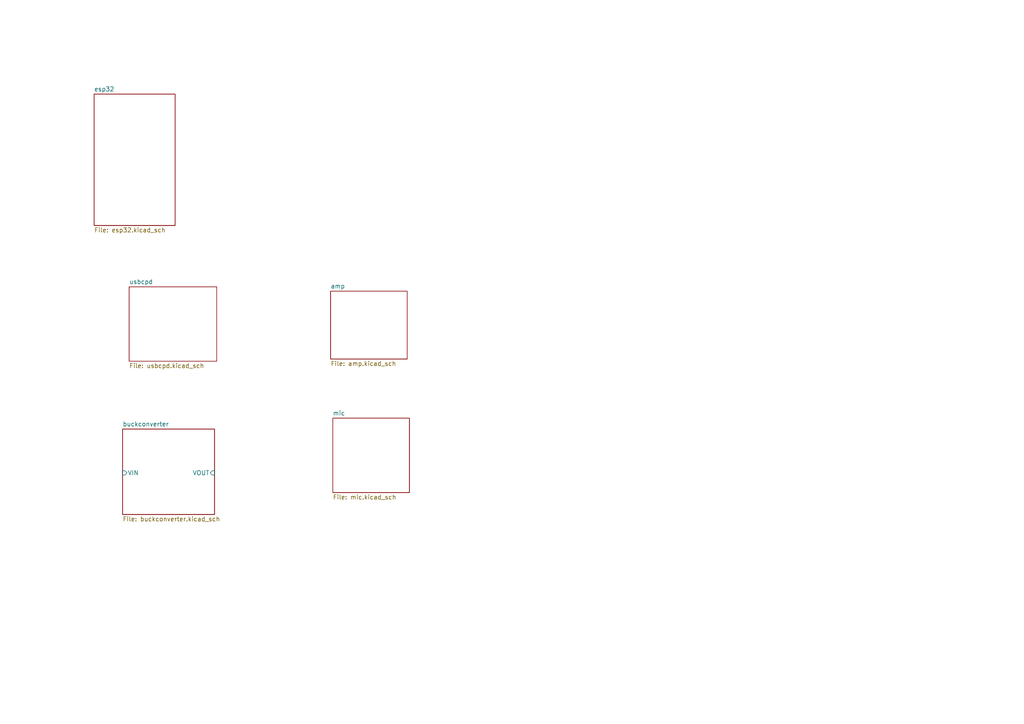
<source format=kicad_sch>
(kicad_sch
	(version 20231120)
	(generator "eeschema")
	(generator_version "8.0")
	(uuid "48ddfdd8-68fa-4e63-aa18-bc113cdf8cfa")
	(paper "A4")
	(lib_symbols)
	(sheet
		(at 37.465 83.185)
		(size 25.4 21.59)
		(fields_autoplaced yes)
		(stroke
			(width 0.1524)
			(type solid)
		)
		(fill
			(color 0 0 0 0.0000)
		)
		(uuid "60655049-fbf3-4dfc-8be5-e92116ff6bf0")
		(property "Sheetname" "usbcpd"
			(at 37.465 82.4734 0)
			(effects
				(font
					(size 1.27 1.27)
				)
				(justify left bottom)
			)
		)
		(property "Sheetfile" "usbcpd.kicad_sch"
			(at 37.465 105.3596 0)
			(effects
				(font
					(size 1.27 1.27)
				)
				(justify left top)
			)
		)
		(instances
			(project "espamp"
				(path "/48ddfdd8-68fa-4e63-aa18-bc113cdf8cfa"
					(page "3")
				)
			)
		)
	)
	(sheet
		(at 95.885 84.455)
		(size 22.225 19.685)
		(fields_autoplaced yes)
		(stroke
			(width 0.1524)
			(type solid)
		)
		(fill
			(color 0 0 0 0.0000)
		)
		(uuid "6d838d19-4ba8-44ad-a949-ec7e36a56135")
		(property "Sheetname" "amp"
			(at 95.885 83.7434 0)
			(effects
				(font
					(size 1.27 1.27)
				)
				(justify left bottom)
			)
		)
		(property "Sheetfile" "amp.kicad_sch"
			(at 95.885 104.7246 0)
			(effects
				(font
					(size 1.27 1.27)
				)
				(justify left top)
			)
		)
		(instances
			(project "espamp"
				(path "/48ddfdd8-68fa-4e63-aa18-bc113cdf8cfa"
					(page "5")
				)
			)
		)
	)
	(sheet
		(at 27.305 27.305)
		(size 23.495 38.1)
		(fields_autoplaced yes)
		(stroke
			(width 0.1524)
			(type solid)
		)
		(fill
			(color 0 0 0 0.0000)
		)
		(uuid "971439fe-c8ce-4450-821c-537e8691d398")
		(property "Sheetname" "esp32"
			(at 27.305 26.5934 0)
			(effects
				(font
					(size 1.27 1.27)
				)
				(justify left bottom)
			)
		)
		(property "Sheetfile" "esp32.kicad_sch"
			(at 27.305 65.9896 0)
			(effects
				(font
					(size 1.27 1.27)
				)
				(justify left top)
			)
		)
		(instances
			(project "espamp"
				(path "/48ddfdd8-68fa-4e63-aa18-bc113cdf8cfa"
					(page "2")
				)
			)
		)
	)
	(sheet
		(at 35.56 124.46)
		(size 26.67 24.765)
		(fields_autoplaced yes)
		(stroke
			(width 0.1524)
			(type solid)
		)
		(fill
			(color 0 0 0 0.0000)
		)
		(uuid "aa9739d0-05d8-4c74-a4fd-846c263eed0b")
		(property "Sheetname" "buckconverter"
			(at 35.56 123.7484 0)
			(effects
				(font
					(size 1.27 1.27)
				)
				(justify left bottom)
			)
		)
		(property "Sheetfile" "buckconverter.kicad_sch"
			(at 35.56 149.8096 0)
			(effects
				(font
					(size 1.27 1.27)
				)
				(justify left top)
			)
		)
		(pin "VIN" input
			(at 35.56 137.16 180)
			(effects
				(font
					(size 1.27 1.27)
				)
				(justify left)
			)
			(uuid "930f4030-57da-4afc-acaf-9d365a8b6e51")
		)
		(pin "VOUT" input
			(at 62.23 137.16 0)
			(effects
				(font
					(size 1.27 1.27)
				)
				(justify right)
			)
			(uuid "8ce6d441-b14b-4f04-8f38-ac6f36611354")
		)
		(instances
			(project "espamp"
				(path "/48ddfdd8-68fa-4e63-aa18-bc113cdf8cfa"
					(page "4")
				)
			)
		)
	)
	(sheet
		(at 96.52 121.285)
		(size 22.225 21.59)
		(fields_autoplaced yes)
		(stroke
			(width 0.1524)
			(type solid)
		)
		(fill
			(color 0 0 0 0.0000)
		)
		(uuid "afeea8ee-3d90-4165-9db5-239cec7d43de")
		(property "Sheetname" "mic"
			(at 96.52 120.5734 0)
			(effects
				(font
					(size 1.27 1.27)
				)
				(justify left bottom)
			)
		)
		(property "Sheetfile" "mic.kicad_sch"
			(at 96.52 143.4596 0)
			(effects
				(font
					(size 1.27 1.27)
				)
				(justify left top)
			)
		)
		(instances
			(project "espamp"
				(path "/48ddfdd8-68fa-4e63-aa18-bc113cdf8cfa"
					(page "6")
				)
			)
		)
	)
	(sheet_instances
		(path "/"
			(page "1")
		)
	)
)

</source>
